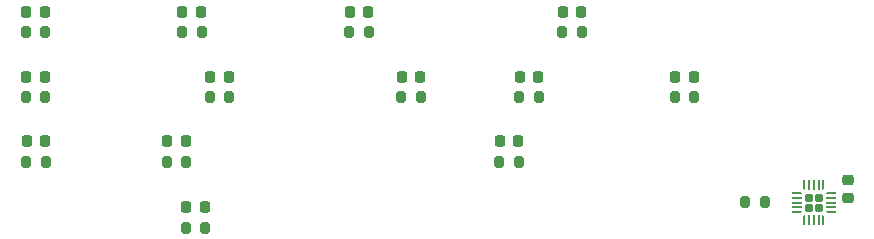
<source format=gtp>
G04 #@! TF.GenerationSoftware,KiCad,Pcbnew,7.0.2*
G04 #@! TF.CreationDate,2024-03-21T22:15:59-07:00*
G04 #@! TF.ProjectId,fuck-sao,6675636b-2d73-4616-9f2e-6b696361645f,rev?*
G04 #@! TF.SameCoordinates,Original*
G04 #@! TF.FileFunction,Paste,Top*
G04 #@! TF.FilePolarity,Positive*
%FSLAX46Y46*%
G04 Gerber Fmt 4.6, Leading zero omitted, Abs format (unit mm)*
G04 Created by KiCad (PCBNEW 7.0.2) date 2024-03-21 22:15:59*
%MOMM*%
%LPD*%
G01*
G04 APERTURE LIST*
G04 Aperture macros list*
%AMRoundRect*
0 Rectangle with rounded corners*
0 $1 Rounding radius*
0 $2 $3 $4 $5 $6 $7 $8 $9 X,Y pos of 4 corners*
0 Add a 4 corners polygon primitive as box body*
4,1,4,$2,$3,$4,$5,$6,$7,$8,$9,$2,$3,0*
0 Add four circle primitives for the rounded corners*
1,1,$1+$1,$2,$3*
1,1,$1+$1,$4,$5*
1,1,$1+$1,$6,$7*
1,1,$1+$1,$8,$9*
0 Add four rect primitives between the rounded corners*
20,1,$1+$1,$2,$3,$4,$5,0*
20,1,$1+$1,$4,$5,$6,$7,0*
20,1,$1+$1,$6,$7,$8,$9,0*
20,1,$1+$1,$8,$9,$2,$3,0*%
%AMFreePoly0*
4,1,14,0.334644,0.085355,0.385355,0.034644,0.400000,-0.000711,0.400000,-0.050000,0.385355,-0.085355,0.350000,-0.100000,-0.350000,-0.100000,-0.385355,-0.085355,-0.400000,-0.050000,-0.400000,0.050000,-0.385355,0.085355,-0.350000,0.100000,0.299289,0.100000,0.334644,0.085355,0.334644,0.085355,$1*%
%AMFreePoly1*
4,1,14,0.385355,0.085355,0.400000,0.050000,0.400000,0.000711,0.385355,-0.034644,0.334644,-0.085355,0.299289,-0.100000,-0.350000,-0.100000,-0.385355,-0.085355,-0.400000,-0.050000,-0.400000,0.050000,-0.385355,0.085355,-0.350000,0.100000,0.350000,0.100000,0.385355,0.085355,0.385355,0.085355,$1*%
%AMFreePoly2*
4,1,14,0.085355,0.385355,0.100000,0.350000,0.100000,-0.350000,0.085355,-0.385355,0.050000,-0.400000,-0.050000,-0.400000,-0.085355,-0.385355,-0.100000,-0.350000,-0.100000,0.299289,-0.085355,0.334644,-0.034644,0.385355,0.000711,0.400000,0.050000,0.400000,0.085355,0.385355,0.085355,0.385355,$1*%
%AMFreePoly3*
4,1,14,0.034644,0.385355,0.085355,0.334644,0.100000,0.299289,0.100000,-0.350000,0.085355,-0.385355,0.050000,-0.400000,-0.050000,-0.400000,-0.085355,-0.385355,-0.100000,-0.350000,-0.100000,0.350000,-0.085355,0.385355,-0.050000,0.400000,-0.000711,0.400000,0.034644,0.385355,0.034644,0.385355,$1*%
%AMFreePoly4*
4,1,14,0.385355,0.085355,0.400000,0.050000,0.400000,-0.050000,0.385355,-0.085355,0.350000,-0.100000,-0.299289,-0.100000,-0.334644,-0.085355,-0.385355,-0.034644,-0.400000,0.000711,-0.400000,0.050000,-0.385355,0.085355,-0.350000,0.100000,0.350000,0.100000,0.385355,0.085355,0.385355,0.085355,$1*%
%AMFreePoly5*
4,1,14,0.385355,0.085355,0.400000,0.050000,0.400000,-0.050000,0.385355,-0.085355,0.350000,-0.100000,-0.350000,-0.100000,-0.385355,-0.085355,-0.400000,-0.050000,-0.400000,-0.000711,-0.385355,0.034644,-0.334644,0.085355,-0.299289,0.100000,0.350000,0.100000,0.385355,0.085355,0.385355,0.085355,$1*%
%AMFreePoly6*
4,1,14,0.085355,0.385355,0.100000,0.350000,0.100000,-0.299289,0.085355,-0.334644,0.034644,-0.385355,-0.000711,-0.400000,-0.050000,-0.400000,-0.085355,-0.385355,-0.100000,-0.350000,-0.100000,0.350000,-0.085355,0.385355,-0.050000,0.400000,0.050000,0.400000,0.085355,0.385355,0.085355,0.385355,$1*%
%AMFreePoly7*
4,1,14,0.085355,0.385355,0.100000,0.350000,0.100000,-0.350000,0.085355,-0.385355,0.050000,-0.400000,0.000711,-0.400000,-0.034644,-0.385355,-0.085355,-0.334644,-0.100000,-0.299289,-0.100000,0.350000,-0.085355,0.385355,-0.050000,0.400000,0.050000,0.400000,0.085355,0.385355,0.085355,0.385355,$1*%
G04 Aperture macros list end*
%ADD10RoundRect,0.172500X0.172500X0.172500X-0.172500X0.172500X-0.172500X-0.172500X0.172500X-0.172500X0*%
%ADD11FreePoly0,180.000000*%
%ADD12RoundRect,0.050000X0.350000X0.050000X-0.350000X0.050000X-0.350000X-0.050000X0.350000X-0.050000X0*%
%ADD13FreePoly1,180.000000*%
%ADD14FreePoly2,180.000000*%
%ADD15RoundRect,0.050000X0.050000X0.350000X-0.050000X0.350000X-0.050000X-0.350000X0.050000X-0.350000X0*%
%ADD16FreePoly3,180.000000*%
%ADD17FreePoly4,180.000000*%
%ADD18FreePoly5,180.000000*%
%ADD19FreePoly6,180.000000*%
%ADD20FreePoly7,180.000000*%
%ADD21RoundRect,0.200000X0.200000X0.275000X-0.200000X0.275000X-0.200000X-0.275000X0.200000X-0.275000X0*%
%ADD22RoundRect,0.200000X-0.200000X-0.275000X0.200000X-0.275000X0.200000X0.275000X-0.200000X0.275000X0*%
%ADD23RoundRect,0.218750X-0.218750X-0.256250X0.218750X-0.256250X0.218750X0.256250X-0.218750X0.256250X0*%
%ADD24RoundRect,0.225000X0.250000X-0.225000X0.250000X0.225000X-0.250000X0.225000X-0.250000X-0.225000X0*%
G04 APERTURE END LIST*
D10*
X133350000Y-90350000D03*
X133350000Y-89500000D03*
X132500000Y-90350000D03*
X132500000Y-89500000D03*
D11*
X134375000Y-90725000D03*
D12*
X134375000Y-90325000D03*
X134375000Y-89925000D03*
X134375000Y-89525000D03*
D13*
X134375000Y-89125000D03*
D14*
X133725000Y-88475000D03*
D15*
X133325000Y-88475000D03*
X132925000Y-88475000D03*
X132525000Y-88475000D03*
D16*
X132125000Y-88475000D03*
D17*
X131475000Y-89125000D03*
D12*
X131475000Y-89525000D03*
X131475000Y-89925000D03*
X131475000Y-90325000D03*
D18*
X131475000Y-90725000D03*
D19*
X132125000Y-91375000D03*
D15*
X132525000Y-91375000D03*
X132925000Y-91375000D03*
X133325000Y-91375000D03*
D20*
X133725000Y-91375000D03*
D21*
X127100000Y-89850000D03*
X128750000Y-89850000D03*
D22*
X97975000Y-81000000D03*
X99625000Y-81000000D03*
X79725000Y-92050000D03*
X81375000Y-92050000D03*
D23*
X121162500Y-79250000D03*
X122737500Y-79250000D03*
X66262500Y-84750000D03*
X67837500Y-84750000D03*
D22*
X111625000Y-75500000D03*
X113275000Y-75500000D03*
X121125000Y-81000000D03*
X122775000Y-81000000D03*
D23*
X106312500Y-84750000D03*
X107887500Y-84750000D03*
X81812500Y-79250000D03*
X83387500Y-79250000D03*
X98012500Y-79250000D03*
X99587500Y-79250000D03*
D22*
X106275000Y-86500000D03*
X107925000Y-86500000D03*
D23*
X79762500Y-90300000D03*
X81337500Y-90300000D03*
X78150000Y-84750000D03*
X79725000Y-84750000D03*
X108012500Y-79250000D03*
X109587500Y-79250000D03*
D22*
X66225000Y-86500000D03*
X67875000Y-86500000D03*
X78125000Y-86500000D03*
X79775000Y-86500000D03*
D23*
X66212500Y-79250000D03*
X67787500Y-79250000D03*
D22*
X66175000Y-81000000D03*
X67825000Y-81000000D03*
D23*
X93612500Y-73750000D03*
X95187500Y-73750000D03*
X111662500Y-73750000D03*
X113237500Y-73750000D03*
D22*
X66175000Y-75500000D03*
X67825000Y-75500000D03*
X93575000Y-75500000D03*
X95225000Y-75500000D03*
D23*
X79462500Y-73750000D03*
X81037500Y-73750000D03*
D22*
X79425000Y-75500000D03*
X81075000Y-75500000D03*
D24*
X135800000Y-89525000D03*
X135800000Y-87975000D03*
D22*
X107975000Y-81000000D03*
X109625000Y-81000000D03*
D23*
X66212500Y-73750000D03*
X67787500Y-73750000D03*
D22*
X81775000Y-81000000D03*
X83425000Y-81000000D03*
M02*

</source>
